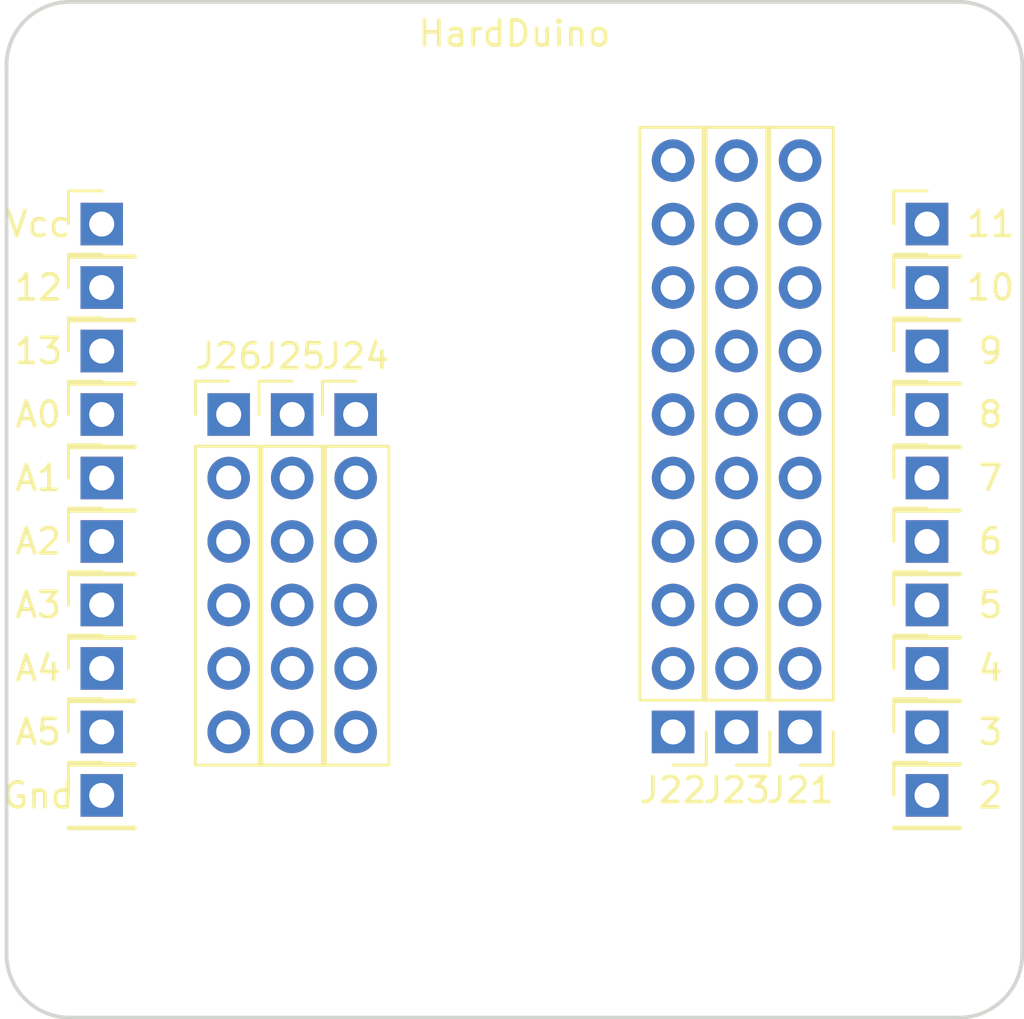
<source format=kicad_pcb>
(kicad_pcb (version 20171130) (host pcbnew "(5.1.4)-1")

  (general
    (thickness 1.6)
    (drawings 29)
    (tracks 0)
    (zones 0)
    (modules 30)
    (nets 21)
  )

  (page A4)
  (layers
    (0 F.Cu signal)
    (31 B.Cu signal)
    (32 B.Adhes user)
    (33 F.Adhes user)
    (34 B.Paste user)
    (35 F.Paste user)
    (36 B.SilkS user)
    (37 F.SilkS user)
    (38 B.Mask user)
    (39 F.Mask user)
    (40 Dwgs.User user)
    (41 Cmts.User user)
    (42 Eco1.User user)
    (43 Eco2.User user)
    (44 Edge.Cuts user)
    (45 Margin user)
    (46 B.CrtYd user)
    (47 F.CrtYd user)
    (48 B.Fab user)
    (49 F.Fab user)
  )

  (setup
    (last_trace_width 0.25)
    (trace_clearance 0.2)
    (zone_clearance 0.508)
    (zone_45_only no)
    (trace_min 0.2)
    (via_size 0.8)
    (via_drill 0.4)
    (via_min_size 0.4)
    (via_min_drill 0.3)
    (uvia_size 0.3)
    (uvia_drill 0.1)
    (uvias_allowed no)
    (uvia_min_size 0.2)
    (uvia_min_drill 0.1)
    (edge_width 0.05)
    (segment_width 0.2)
    (pcb_text_width 0.3)
    (pcb_text_size 1.5 1.5)
    (mod_edge_width 0.12)
    (mod_text_size 1 1)
    (mod_text_width 0.15)
    (pad_size 1.524 1.524)
    (pad_drill 0.762)
    (pad_to_mask_clearance 0.051)
    (solder_mask_min_width 0.25)
    (aux_axis_origin 0 0)
    (visible_elements 7FFFFFFF)
    (pcbplotparams
      (layerselection 0x010fc_ffffffff)
      (usegerberextensions false)
      (usegerberattributes false)
      (usegerberadvancedattributes false)
      (creategerberjobfile false)
      (excludeedgelayer true)
      (linewidth 0.100000)
      (plotframeref false)
      (viasonmask false)
      (mode 1)
      (useauxorigin false)
      (hpglpennumber 1)
      (hpglpenspeed 20)
      (hpglpendiameter 15.000000)
      (psnegative false)
      (psa4output false)
      (plotreference true)
      (plotvalue true)
      (plotinvisibletext false)
      (padsonsilk false)
      (subtractmaskfromsilk false)
      (outputformat 1)
      (mirror false)
      (drillshape 1)
      (scaleselection 1)
      (outputdirectory ""))
  )

  (net 0 "")
  (net 1 "Net-(J1-Pad1)")
  (net 2 "Net-(J2-Pad1)")
  (net 3 "Net-(J10-Pad1)")
  (net 4 "Net-(J11-Pad1)")
  (net 5 "Net-(J12-Pad1)")
  (net 6 "Net-(J13-Pad1)")
  (net 7 "Net-(J14-Pad1)")
  (net 8 "Net-(J15-Pad1)")
  (net 9 "Net-(J16-Pad1)")
  (net 10 "Net-(J17-Pad1)")
  (net 11 "Net-(J18-Pad1)")
  (net 12 VCC)
  (net 13 GND)
  (net 14 "Net-(J21-Pad1)")
  (net 15 "Net-(J21-Pad2)")
  (net 16 "Net-(J21-Pad3)")
  (net 17 "Net-(J21-Pad4)")
  (net 18 "Net-(J21-Pad5)")
  (net 19 "Net-(J21-Pad6)")
  (net 20 "Net-(J21-Pad7)")

  (net_class Default "Это класс цепей по умолчанию."
    (clearance 0.2)
    (trace_width 0.25)
    (via_dia 0.8)
    (via_drill 0.4)
    (uvia_dia 0.3)
    (uvia_drill 0.1)
    (add_net GND)
    (add_net "Net-(J1-Pad1)")
    (add_net "Net-(J10-Pad1)")
    (add_net "Net-(J11-Pad1)")
    (add_net "Net-(J12-Pad1)")
    (add_net "Net-(J13-Pad1)")
    (add_net "Net-(J14-Pad1)")
    (add_net "Net-(J15-Pad1)")
    (add_net "Net-(J16-Pad1)")
    (add_net "Net-(J17-Pad1)")
    (add_net "Net-(J18-Pad1)")
    (add_net "Net-(J2-Pad1)")
    (add_net "Net-(J21-Pad1)")
    (add_net "Net-(J21-Pad2)")
    (add_net "Net-(J21-Pad3)")
    (add_net "Net-(J21-Pad4)")
    (add_net "Net-(J21-Pad5)")
    (add_net "Net-(J21-Pad6)")
    (add_net "Net-(J21-Pad7)")
    (add_net VCC)
  )

  (module Connector_PinHeader_2.54mm:PinHeader_1x10_P2.54mm_Vertical (layer F.Cu) (tedit 59FED5CC) (tstamp 5E609A25)
    (at 118.11 80.01 180)
    (descr "Through hole straight pin header, 1x10, 2.54mm pitch, single row")
    (tags "Through hole pin header THT 1x10 2.54mm single row")
    (path /5E60C09C)
    (fp_text reference J23 (at 0 -2.33) (layer F.SilkS)
      (effects (font (size 1 1) (thickness 0.15)))
    )
    (fp_text value Conn_01x10_Male (at 0 25.19) (layer F.Fab)
      (effects (font (size 1 1) (thickness 0.15)))
    )
    (fp_text user %R (at 0 11.43 90) (layer F.Fab)
      (effects (font (size 1 1) (thickness 0.15)))
    )
    (fp_line (start 1.8 -1.8) (end -1.8 -1.8) (layer F.CrtYd) (width 0.05))
    (fp_line (start 1.8 24.65) (end 1.8 -1.8) (layer F.CrtYd) (width 0.05))
    (fp_line (start -1.8 24.65) (end 1.8 24.65) (layer F.CrtYd) (width 0.05))
    (fp_line (start -1.8 -1.8) (end -1.8 24.65) (layer F.CrtYd) (width 0.05))
    (fp_line (start -1.33 -1.33) (end 0 -1.33) (layer F.SilkS) (width 0.12))
    (fp_line (start -1.33 0) (end -1.33 -1.33) (layer F.SilkS) (width 0.12))
    (fp_line (start -1.33 1.27) (end 1.33 1.27) (layer F.SilkS) (width 0.12))
    (fp_line (start 1.33 1.27) (end 1.33 24.19) (layer F.SilkS) (width 0.12))
    (fp_line (start -1.33 1.27) (end -1.33 24.19) (layer F.SilkS) (width 0.12))
    (fp_line (start -1.33 24.19) (end 1.33 24.19) (layer F.SilkS) (width 0.12))
    (fp_line (start -1.27 -0.635) (end -0.635 -1.27) (layer F.Fab) (width 0.1))
    (fp_line (start -1.27 24.13) (end -1.27 -0.635) (layer F.Fab) (width 0.1))
    (fp_line (start 1.27 24.13) (end -1.27 24.13) (layer F.Fab) (width 0.1))
    (fp_line (start 1.27 -1.27) (end 1.27 24.13) (layer F.Fab) (width 0.1))
    (fp_line (start -0.635 -1.27) (end 1.27 -1.27) (layer F.Fab) (width 0.1))
    (pad 10 thru_hole oval (at 0 22.86 180) (size 1.7 1.7) (drill 1) (layers *.Cu *.Mask)
      (net 12 VCC))
    (pad 9 thru_hole oval (at 0 20.32 180) (size 1.7 1.7) (drill 1) (layers *.Cu *.Mask)
      (net 12 VCC))
    (pad 8 thru_hole oval (at 0 17.78 180) (size 1.7 1.7) (drill 1) (layers *.Cu *.Mask)
      (net 12 VCC))
    (pad 7 thru_hole oval (at 0 15.24 180) (size 1.7 1.7) (drill 1) (layers *.Cu *.Mask)
      (net 12 VCC))
    (pad 6 thru_hole oval (at 0 12.7 180) (size 1.7 1.7) (drill 1) (layers *.Cu *.Mask)
      (net 12 VCC))
    (pad 5 thru_hole oval (at 0 10.16 180) (size 1.7 1.7) (drill 1) (layers *.Cu *.Mask)
      (net 12 VCC))
    (pad 4 thru_hole oval (at 0 7.62 180) (size 1.7 1.7) (drill 1) (layers *.Cu *.Mask)
      (net 12 VCC))
    (pad 3 thru_hole oval (at 0 5.08 180) (size 1.7 1.7) (drill 1) (layers *.Cu *.Mask)
      (net 12 VCC))
    (pad 2 thru_hole oval (at 0 2.54 180) (size 1.7 1.7) (drill 1) (layers *.Cu *.Mask)
      (net 12 VCC))
    (pad 1 thru_hole rect (at 0 0 180) (size 1.7 1.7) (drill 1) (layers *.Cu *.Mask)
      (net 12 VCC))
    (model ${KISYS3DMOD}/Connector_PinHeader_2.54mm.3dshapes/PinHeader_1x10_P2.54mm_Vertical.wrl
      (at (xyz 0 0 0))
      (scale (xyz 1 1 1))
      (rotate (xyz 0 0 0))
    )
  )

  (module Connector_PinHeader_2.54mm:PinHeader_1x10_P2.54mm_Vertical (layer F.Cu) (tedit 59FED5CC) (tstamp 5E609A07)
    (at 115.57 80.01 180)
    (descr "Through hole straight pin header, 1x10, 2.54mm pitch, single row")
    (tags "Through hole pin header THT 1x10 2.54mm single row")
    (path /5E60955D)
    (fp_text reference J22 (at 0 -2.33) (layer F.SilkS)
      (effects (font (size 1 1) (thickness 0.15)))
    )
    (fp_text value Conn_01x10_Male (at 0 25.19) (layer F.Fab)
      (effects (font (size 1 1) (thickness 0.15)))
    )
    (fp_text user %R (at 0 11.43 90) (layer F.Fab)
      (effects (font (size 1 1) (thickness 0.15)))
    )
    (fp_line (start 1.8 -1.8) (end -1.8 -1.8) (layer F.CrtYd) (width 0.05))
    (fp_line (start 1.8 24.65) (end 1.8 -1.8) (layer F.CrtYd) (width 0.05))
    (fp_line (start -1.8 24.65) (end 1.8 24.65) (layer F.CrtYd) (width 0.05))
    (fp_line (start -1.8 -1.8) (end -1.8 24.65) (layer F.CrtYd) (width 0.05))
    (fp_line (start -1.33 -1.33) (end 0 -1.33) (layer F.SilkS) (width 0.12))
    (fp_line (start -1.33 0) (end -1.33 -1.33) (layer F.SilkS) (width 0.12))
    (fp_line (start -1.33 1.27) (end 1.33 1.27) (layer F.SilkS) (width 0.12))
    (fp_line (start 1.33 1.27) (end 1.33 24.19) (layer F.SilkS) (width 0.12))
    (fp_line (start -1.33 1.27) (end -1.33 24.19) (layer F.SilkS) (width 0.12))
    (fp_line (start -1.33 24.19) (end 1.33 24.19) (layer F.SilkS) (width 0.12))
    (fp_line (start -1.27 -0.635) (end -0.635 -1.27) (layer F.Fab) (width 0.1))
    (fp_line (start -1.27 24.13) (end -1.27 -0.635) (layer F.Fab) (width 0.1))
    (fp_line (start 1.27 24.13) (end -1.27 24.13) (layer F.Fab) (width 0.1))
    (fp_line (start 1.27 -1.27) (end 1.27 24.13) (layer F.Fab) (width 0.1))
    (fp_line (start -0.635 -1.27) (end 1.27 -1.27) (layer F.Fab) (width 0.1))
    (pad 10 thru_hole oval (at 0 22.86 180) (size 1.7 1.7) (drill 1) (layers *.Cu *.Mask)
      (net 13 GND))
    (pad 9 thru_hole oval (at 0 20.32 180) (size 1.7 1.7) (drill 1) (layers *.Cu *.Mask)
      (net 13 GND))
    (pad 8 thru_hole oval (at 0 17.78 180) (size 1.7 1.7) (drill 1) (layers *.Cu *.Mask)
      (net 13 GND))
    (pad 7 thru_hole oval (at 0 15.24 180) (size 1.7 1.7) (drill 1) (layers *.Cu *.Mask)
      (net 13 GND))
    (pad 6 thru_hole oval (at 0 12.7 180) (size 1.7 1.7) (drill 1) (layers *.Cu *.Mask)
      (net 13 GND))
    (pad 5 thru_hole oval (at 0 10.16 180) (size 1.7 1.7) (drill 1) (layers *.Cu *.Mask)
      (net 13 GND))
    (pad 4 thru_hole oval (at 0 7.62 180) (size 1.7 1.7) (drill 1) (layers *.Cu *.Mask)
      (net 13 GND))
    (pad 3 thru_hole oval (at 0 5.08 180) (size 1.7 1.7) (drill 1) (layers *.Cu *.Mask)
      (net 13 GND))
    (pad 2 thru_hole oval (at 0 2.54 180) (size 1.7 1.7) (drill 1) (layers *.Cu *.Mask)
      (net 13 GND))
    (pad 1 thru_hole rect (at 0 0 180) (size 1.7 1.7) (drill 1) (layers *.Cu *.Mask)
      (net 13 GND))
    (model ${KISYS3DMOD}/Connector_PinHeader_2.54mm.3dshapes/PinHeader_1x10_P2.54mm_Vertical.wrl
      (at (xyz 0 0 0))
      (scale (xyz 1 1 1))
      (rotate (xyz 0 0 0))
    )
  )

  (module MountingHole:MountingHole_3.2mm_M3 (layer F.Cu) (tedit 56D1B4CB) (tstamp 5D79781E)
    (at 92.71 54.61)
    (descr "Mounting Hole 3.2mm, no annular, M3")
    (tags "mounting hole 3.2mm no annular m3")
    (path /5D791BF4)
    (attr virtual)
    (fp_text reference H1 (at -3.81 -4.2) (layer F.SilkS) hide
      (effects (font (size 1 1) (thickness 0.15)))
    )
    (fp_text value MountingHole (at 2.54 -5.08) (layer F.Fab) hide
      (effects (font (size 1 1) (thickness 0.15)))
    )
    (fp_circle (center 0 0) (end 3.45 0) (layer F.CrtYd) (width 0.05))
    (fp_circle (center 0 0) (end 3.2 0) (layer Cmts.User) (width 0.15))
    (fp_text user %R (at 0.3 0) (layer F.Fab)
      (effects (font (size 1 1) (thickness 0.15)))
    )
    (pad 1 np_thru_hole circle (at 0 0) (size 3.2 3.2) (drill 3.2) (layers *.Cu *.Mask))
  )

  (module MountingHole:MountingHole_3.2mm_M3 (layer F.Cu) (tedit 56D1B4CB) (tstamp 5D797826)
    (at 92.71 87.63)
    (descr "Mounting Hole 3.2mm, no annular, M3")
    (tags "mounting hole 3.2mm no annular m3")
    (path /5D793188)
    (attr virtual)
    (fp_text reference H2 (at -3.81 3.81) (layer F.SilkS) hide
      (effects (font (size 1 1) (thickness 0.15)))
    )
    (fp_text value MountingHole (at 3.81 5.08) (layer F.Fab) hide
      (effects (font (size 1 1) (thickness 0.15)))
    )
    (fp_text user %R (at 0.3 0) (layer F.Fab)
      (effects (font (size 1 1) (thickness 0.15)))
    )
    (fp_circle (center 0 0) (end 3.2 0) (layer Cmts.User) (width 0.15))
    (fp_circle (center 0 0) (end 3.45 0) (layer F.CrtYd) (width 0.05))
    (pad 1 np_thru_hole circle (at 0 0) (size 3.2 3.2) (drill 3.2) (layers *.Cu *.Mask))
  )

  (module MountingHole:MountingHole_3.2mm_M3 (layer F.Cu) (tedit 56D1B4CB) (tstamp 5D79782E)
    (at 125.73 54.61)
    (descr "Mounting Hole 3.2mm, no annular, M3")
    (tags "mounting hole 3.2mm no annular m3")
    (path /5D793224)
    (attr virtual)
    (fp_text reference H3 (at 3.81 -3.81) (layer F.SilkS) hide
      (effects (font (size 1 1) (thickness 0.15)))
    )
    (fp_text value MountingHole (at -2.54 -5.08) (layer F.Fab) hide
      (effects (font (size 1 1) (thickness 0.15)))
    )
    (fp_circle (center 0 0) (end 3.45 0) (layer F.CrtYd) (width 0.05))
    (fp_circle (center 0 0) (end 3.2 0) (layer Cmts.User) (width 0.15))
    (fp_text user %R (at 0.3 0) (layer F.Fab)
      (effects (font (size 1 1) (thickness 0.15)))
    )
    (pad 1 np_thru_hole circle (at 0 0) (size 3.2 3.2) (drill 3.2) (layers *.Cu *.Mask))
  )

  (module MountingHole:MountingHole_3.2mm_M3 (layer F.Cu) (tedit 56D1B4CB) (tstamp 5D797836)
    (at 125.73 87.63)
    (descr "Mounting Hole 3.2mm, no annular, M3")
    (tags "mounting hole 3.2mm no annular m3")
    (path /5D7932CC)
    (attr virtual)
    (fp_text reference H4 (at 3.81 3.81) (layer F.SilkS) hide
      (effects (font (size 1 1) (thickness 0.15)))
    )
    (fp_text value MountingHole (at -5.08 5.08) (layer F.Fab) hide
      (effects (font (size 1 1) (thickness 0.15)))
    )
    (fp_text user %R (at 0 0) (layer F.Fab)
      (effects (font (size 1 1) (thickness 0.15)))
    )
    (fp_circle (center 0 0) (end 3.2 0) (layer Cmts.User) (width 0.15))
    (fp_circle (center 0 0) (end 3.45 0) (layer F.CrtYd) (width 0.05))
    (pad 1 np_thru_hole circle (at 0 0) (size 3.2 3.2) (drill 3.2) (layers *.Cu *.Mask))
  )

  (module Connector_PinHeader_2.54mm:PinHeader_1x01_P2.54mm_Vertical (layer F.Cu) (tedit 59FED5CC) (tstamp 5D79784B)
    (at 125.73 82.55)
    (descr "Through hole straight pin header, 1x01, 2.54mm pitch, single row")
    (tags "Through hole pin header THT 1x01 2.54mm single row")
    (path /5D793457)
    (fp_text reference J1 (at -2.54 0) (layer F.SilkS) hide
      (effects (font (size 1 1) (thickness 0.15)))
    )
    (fp_text value 2 (at 2.54 0) (layer F.Fab)
      (effects (font (size 1 1) (thickness 0.15)))
    )
    (fp_text user %R (at 0 0 90) (layer F.Fab)
      (effects (font (size 1 1) (thickness 0.15)))
    )
    (fp_line (start 1.8 -1.8) (end -1.8 -1.8) (layer F.CrtYd) (width 0.05))
    (fp_line (start 1.8 1.8) (end 1.8 -1.8) (layer F.CrtYd) (width 0.05))
    (fp_line (start -1.8 1.8) (end 1.8 1.8) (layer F.CrtYd) (width 0.05))
    (fp_line (start -1.8 -1.8) (end -1.8 1.8) (layer F.CrtYd) (width 0.05))
    (fp_line (start -1.33 -1.33) (end 0 -1.33) (layer F.SilkS) (width 0.12))
    (fp_line (start -1.33 0) (end -1.33 -1.33) (layer F.SilkS) (width 0.12))
    (fp_line (start -1.33 1.27) (end 1.33 1.27) (layer F.SilkS) (width 0.12))
    (fp_line (start 1.33 1.27) (end 1.33 1.33) (layer F.SilkS) (width 0.12))
    (fp_line (start -1.33 1.27) (end -1.33 1.33) (layer F.SilkS) (width 0.12))
    (fp_line (start -1.33 1.33) (end 1.33 1.33) (layer F.SilkS) (width 0.12))
    (fp_line (start -1.27 -0.635) (end -0.635 -1.27) (layer F.Fab) (width 0.1))
    (fp_line (start -1.27 1.27) (end -1.27 -0.635) (layer F.Fab) (width 0.1))
    (fp_line (start 1.27 1.27) (end -1.27 1.27) (layer F.Fab) (width 0.1))
    (fp_line (start 1.27 -1.27) (end 1.27 1.27) (layer F.Fab) (width 0.1))
    (fp_line (start -0.635 -1.27) (end 1.27 -1.27) (layer F.Fab) (width 0.1))
    (pad 1 thru_hole rect (at 0 0) (size 1.7 1.7) (drill 1) (layers *.Cu *.Mask)
      (net 1 "Net-(J1-Pad1)"))
    (model ${KISYS3DMOD}/Connector_PinHeader_2.54mm.3dshapes/PinHeader_1x01_P2.54mm_Vertical.wrl
      (at (xyz 0 0 0))
      (scale (xyz 1 1 1))
      (rotate (xyz 0 0 0))
    )
  )

  (module Connector_PinHeader_2.54mm:PinHeader_1x01_P2.54mm_Vertical (layer F.Cu) (tedit 59FED5CC) (tstamp 5D797860)
    (at 125.73 80.01)
    (descr "Through hole straight pin header, 1x01, 2.54mm pitch, single row")
    (tags "Through hole pin header THT 1x01 2.54mm single row")
    (path /5D794940)
    (fp_text reference J2 (at -2.54 0) (layer F.SilkS) hide
      (effects (font (size 1 1) (thickness 0.15)))
    )
    (fp_text value 3 (at 2.54 0) (layer F.Fab)
      (effects (font (size 1 1) (thickness 0.15)))
    )
    (fp_line (start -0.635 -1.27) (end 1.27 -1.27) (layer F.Fab) (width 0.1))
    (fp_line (start 1.27 -1.27) (end 1.27 1.27) (layer F.Fab) (width 0.1))
    (fp_line (start 1.27 1.27) (end -1.27 1.27) (layer F.Fab) (width 0.1))
    (fp_line (start -1.27 1.27) (end -1.27 -0.635) (layer F.Fab) (width 0.1))
    (fp_line (start -1.27 -0.635) (end -0.635 -1.27) (layer F.Fab) (width 0.1))
    (fp_line (start -1.33 1.33) (end 1.33 1.33) (layer F.SilkS) (width 0.12))
    (fp_line (start -1.33 1.27) (end -1.33 1.33) (layer F.SilkS) (width 0.12))
    (fp_line (start 1.33 1.27) (end 1.33 1.33) (layer F.SilkS) (width 0.12))
    (fp_line (start -1.33 1.27) (end 1.33 1.27) (layer F.SilkS) (width 0.12))
    (fp_line (start -1.33 0) (end -1.33 -1.33) (layer F.SilkS) (width 0.12))
    (fp_line (start -1.33 -1.33) (end 0 -1.33) (layer F.SilkS) (width 0.12))
    (fp_line (start -1.8 -1.8) (end -1.8 1.8) (layer F.CrtYd) (width 0.05))
    (fp_line (start -1.8 1.8) (end 1.8 1.8) (layer F.CrtYd) (width 0.05))
    (fp_line (start 1.8 1.8) (end 1.8 -1.8) (layer F.CrtYd) (width 0.05))
    (fp_line (start 1.8 -1.8) (end -1.8 -1.8) (layer F.CrtYd) (width 0.05))
    (fp_text user %R (at 0 0 90) (layer F.Fab)
      (effects (font (size 1 1) (thickness 0.15)))
    )
    (pad 1 thru_hole rect (at 0 0) (size 1.7 1.7) (drill 1) (layers *.Cu *.Mask)
      (net 2 "Net-(J2-Pad1)"))
    (model ${KISYS3DMOD}/Connector_PinHeader_2.54mm.3dshapes/PinHeader_1x01_P2.54mm_Vertical.wrl
      (at (xyz 0 0 0))
      (scale (xyz 1 1 1))
      (rotate (xyz 0 0 0))
    )
  )

  (module Connector_PinHeader_2.54mm:PinHeader_1x01_P2.54mm_Vertical (layer F.Cu) (tedit 59FED5CC) (tstamp 5D797875)
    (at 125.73 77.47)
    (descr "Through hole straight pin header, 1x01, 2.54mm pitch, single row")
    (tags "Through hole pin header THT 1x01 2.54mm single row")
    (path /5D794B32)
    (fp_text reference J3 (at -2.54 0) (layer F.SilkS) hide
      (effects (font (size 1 1) (thickness 0.15)))
    )
    (fp_text value 4 (at 2.54 0) (layer F.Fab)
      (effects (font (size 1 1) (thickness 0.15)))
    )
    (fp_text user %R (at 0 0 90) (layer F.Fab)
      (effects (font (size 1 1) (thickness 0.15)))
    )
    (fp_line (start 1.8 -1.8) (end -1.8 -1.8) (layer F.CrtYd) (width 0.05))
    (fp_line (start 1.8 1.8) (end 1.8 -1.8) (layer F.CrtYd) (width 0.05))
    (fp_line (start -1.8 1.8) (end 1.8 1.8) (layer F.CrtYd) (width 0.05))
    (fp_line (start -1.8 -1.8) (end -1.8 1.8) (layer F.CrtYd) (width 0.05))
    (fp_line (start -1.33 -1.33) (end 0 -1.33) (layer F.SilkS) (width 0.12))
    (fp_line (start -1.33 0) (end -1.33 -1.33) (layer F.SilkS) (width 0.12))
    (fp_line (start -1.33 1.27) (end 1.33 1.27) (layer F.SilkS) (width 0.12))
    (fp_line (start 1.33 1.27) (end 1.33 1.33) (layer F.SilkS) (width 0.12))
    (fp_line (start -1.33 1.27) (end -1.33 1.33) (layer F.SilkS) (width 0.12))
    (fp_line (start -1.33 1.33) (end 1.33 1.33) (layer F.SilkS) (width 0.12))
    (fp_line (start -1.27 -0.635) (end -0.635 -1.27) (layer F.Fab) (width 0.1))
    (fp_line (start -1.27 1.27) (end -1.27 -0.635) (layer F.Fab) (width 0.1))
    (fp_line (start 1.27 1.27) (end -1.27 1.27) (layer F.Fab) (width 0.1))
    (fp_line (start 1.27 -1.27) (end 1.27 1.27) (layer F.Fab) (width 0.1))
    (fp_line (start -0.635 -1.27) (end 1.27 -1.27) (layer F.Fab) (width 0.1))
    (pad 1 thru_hole rect (at 0 0) (size 1.7 1.7) (drill 1) (layers *.Cu *.Mask)
      (net 14 "Net-(J21-Pad1)"))
    (model ${KISYS3DMOD}/Connector_PinHeader_2.54mm.3dshapes/PinHeader_1x01_P2.54mm_Vertical.wrl
      (at (xyz 0 0 0))
      (scale (xyz 1 1 1))
      (rotate (xyz 0 0 0))
    )
  )

  (module Connector_PinHeader_2.54mm:PinHeader_1x01_P2.54mm_Vertical (layer F.Cu) (tedit 59FED5CC) (tstamp 5D79788A)
    (at 125.73 74.93)
    (descr "Through hole straight pin header, 1x01, 2.54mm pitch, single row")
    (tags "Through hole pin header THT 1x01 2.54mm single row")
    (path /5D794C66)
    (fp_text reference J4 (at -2.54 0) (layer F.SilkS) hide
      (effects (font (size 1 1) (thickness 0.15)))
    )
    (fp_text value 5 (at 2.54 0) (layer F.Fab)
      (effects (font (size 1 1) (thickness 0.15)))
    )
    (fp_line (start -0.635 -1.27) (end 1.27 -1.27) (layer F.Fab) (width 0.1))
    (fp_line (start 1.27 -1.27) (end 1.27 1.27) (layer F.Fab) (width 0.1))
    (fp_line (start 1.27 1.27) (end -1.27 1.27) (layer F.Fab) (width 0.1))
    (fp_line (start -1.27 1.27) (end -1.27 -0.635) (layer F.Fab) (width 0.1))
    (fp_line (start -1.27 -0.635) (end -0.635 -1.27) (layer F.Fab) (width 0.1))
    (fp_line (start -1.33 1.33) (end 1.33 1.33) (layer F.SilkS) (width 0.12))
    (fp_line (start -1.33 1.27) (end -1.33 1.33) (layer F.SilkS) (width 0.12))
    (fp_line (start 1.33 1.27) (end 1.33 1.33) (layer F.SilkS) (width 0.12))
    (fp_line (start -1.33 1.27) (end 1.33 1.27) (layer F.SilkS) (width 0.12))
    (fp_line (start -1.33 0) (end -1.33 -1.33) (layer F.SilkS) (width 0.12))
    (fp_line (start -1.33 -1.33) (end 0 -1.33) (layer F.SilkS) (width 0.12))
    (fp_line (start -1.8 -1.8) (end -1.8 1.8) (layer F.CrtYd) (width 0.05))
    (fp_line (start -1.8 1.8) (end 1.8 1.8) (layer F.CrtYd) (width 0.05))
    (fp_line (start 1.8 1.8) (end 1.8 -1.8) (layer F.CrtYd) (width 0.05))
    (fp_line (start 1.8 -1.8) (end -1.8 -1.8) (layer F.CrtYd) (width 0.05))
    (fp_text user %R (at 0 0 90) (layer F.Fab)
      (effects (font (size 1 1) (thickness 0.15)))
    )
    (pad 1 thru_hole rect (at 0 0) (size 1.7 1.7) (drill 1) (layers *.Cu *.Mask)
      (net 15 "Net-(J21-Pad2)"))
    (model ${KISYS3DMOD}/Connector_PinHeader_2.54mm.3dshapes/PinHeader_1x01_P2.54mm_Vertical.wrl
      (at (xyz 0 0 0))
      (scale (xyz 1 1 1))
      (rotate (xyz 0 0 0))
    )
  )

  (module Connector_PinHeader_2.54mm:PinHeader_1x01_P2.54mm_Vertical (layer F.Cu) (tedit 59FED5CC) (tstamp 5D79789F)
    (at 125.73 72.39)
    (descr "Through hole straight pin header, 1x01, 2.54mm pitch, single row")
    (tags "Through hole pin header THT 1x01 2.54mm single row")
    (path /5D794EF4)
    (fp_text reference J5 (at -2.54 0) (layer F.SilkS) hide
      (effects (font (size 1 1) (thickness 0.15)))
    )
    (fp_text value 6 (at 2.54 0) (layer F.Fab)
      (effects (font (size 1 1) (thickness 0.15)))
    )
    (fp_text user %R (at 0 0 90) (layer F.Fab)
      (effects (font (size 1 1) (thickness 0.15)))
    )
    (fp_line (start 1.8 -1.8) (end -1.8 -1.8) (layer F.CrtYd) (width 0.05))
    (fp_line (start 1.8 1.8) (end 1.8 -1.8) (layer F.CrtYd) (width 0.05))
    (fp_line (start -1.8 1.8) (end 1.8 1.8) (layer F.CrtYd) (width 0.05))
    (fp_line (start -1.8 -1.8) (end -1.8 1.8) (layer F.CrtYd) (width 0.05))
    (fp_line (start -1.33 -1.33) (end 0 -1.33) (layer F.SilkS) (width 0.12))
    (fp_line (start -1.33 0) (end -1.33 -1.33) (layer F.SilkS) (width 0.12))
    (fp_line (start -1.33 1.27) (end 1.33 1.27) (layer F.SilkS) (width 0.12))
    (fp_line (start 1.33 1.27) (end 1.33 1.33) (layer F.SilkS) (width 0.12))
    (fp_line (start -1.33 1.27) (end -1.33 1.33) (layer F.SilkS) (width 0.12))
    (fp_line (start -1.33 1.33) (end 1.33 1.33) (layer F.SilkS) (width 0.12))
    (fp_line (start -1.27 -0.635) (end -0.635 -1.27) (layer F.Fab) (width 0.1))
    (fp_line (start -1.27 1.27) (end -1.27 -0.635) (layer F.Fab) (width 0.1))
    (fp_line (start 1.27 1.27) (end -1.27 1.27) (layer F.Fab) (width 0.1))
    (fp_line (start 1.27 -1.27) (end 1.27 1.27) (layer F.Fab) (width 0.1))
    (fp_line (start -0.635 -1.27) (end 1.27 -1.27) (layer F.Fab) (width 0.1))
    (pad 1 thru_hole rect (at 0 0) (size 1.7 1.7) (drill 1) (layers *.Cu *.Mask)
      (net 16 "Net-(J21-Pad3)"))
    (model ${KISYS3DMOD}/Connector_PinHeader_2.54mm.3dshapes/PinHeader_1x01_P2.54mm_Vertical.wrl
      (at (xyz 0 0 0))
      (scale (xyz 1 1 1))
      (rotate (xyz 0 0 0))
    )
  )

  (module Connector_PinHeader_2.54mm:PinHeader_1x01_P2.54mm_Vertical (layer F.Cu) (tedit 59FED5CC) (tstamp 5D7978B4)
    (at 125.73 69.85)
    (descr "Through hole straight pin header, 1x01, 2.54mm pitch, single row")
    (tags "Through hole pin header THT 1x01 2.54mm single row")
    (path /5D795168)
    (fp_text reference J6 (at -2.54 0) (layer F.SilkS) hide
      (effects (font (size 1 1) (thickness 0.15)))
    )
    (fp_text value 7 (at 2.54 0) (layer F.Fab)
      (effects (font (size 1 1) (thickness 0.15)))
    )
    (fp_line (start -0.635 -1.27) (end 1.27 -1.27) (layer F.Fab) (width 0.1))
    (fp_line (start 1.27 -1.27) (end 1.27 1.27) (layer F.Fab) (width 0.1))
    (fp_line (start 1.27 1.27) (end -1.27 1.27) (layer F.Fab) (width 0.1))
    (fp_line (start -1.27 1.27) (end -1.27 -0.635) (layer F.Fab) (width 0.1))
    (fp_line (start -1.27 -0.635) (end -0.635 -1.27) (layer F.Fab) (width 0.1))
    (fp_line (start -1.33 1.33) (end 1.33 1.33) (layer F.SilkS) (width 0.12))
    (fp_line (start -1.33 1.27) (end -1.33 1.33) (layer F.SilkS) (width 0.12))
    (fp_line (start 1.33 1.27) (end 1.33 1.33) (layer F.SilkS) (width 0.12))
    (fp_line (start -1.33 1.27) (end 1.33 1.27) (layer F.SilkS) (width 0.12))
    (fp_line (start -1.33 0) (end -1.33 -1.33) (layer F.SilkS) (width 0.12))
    (fp_line (start -1.33 -1.33) (end 0 -1.33) (layer F.SilkS) (width 0.12))
    (fp_line (start -1.8 -1.8) (end -1.8 1.8) (layer F.CrtYd) (width 0.05))
    (fp_line (start -1.8 1.8) (end 1.8 1.8) (layer F.CrtYd) (width 0.05))
    (fp_line (start 1.8 1.8) (end 1.8 -1.8) (layer F.CrtYd) (width 0.05))
    (fp_line (start 1.8 -1.8) (end -1.8 -1.8) (layer F.CrtYd) (width 0.05))
    (fp_text user %R (at 0 0 90) (layer F.Fab)
      (effects (font (size 1 1) (thickness 0.15)))
    )
    (pad 1 thru_hole rect (at 0 0) (size 1.7 1.7) (drill 1) (layers *.Cu *.Mask)
      (net 17 "Net-(J21-Pad4)"))
    (model ${KISYS3DMOD}/Connector_PinHeader_2.54mm.3dshapes/PinHeader_1x01_P2.54mm_Vertical.wrl
      (at (xyz 0 0 0))
      (scale (xyz 1 1 1))
      (rotate (xyz 0 0 0))
    )
  )

  (module Connector_PinHeader_2.54mm:PinHeader_1x01_P2.54mm_Vertical (layer F.Cu) (tedit 59FED5CC) (tstamp 5D7978C9)
    (at 125.73 67.31)
    (descr "Through hole straight pin header, 1x01, 2.54mm pitch, single row")
    (tags "Through hole pin header THT 1x01 2.54mm single row")
    (path /5D795340)
    (fp_text reference J7 (at -2.54 0) (layer F.SilkS) hide
      (effects (font (size 1 1) (thickness 0.15)))
    )
    (fp_text value 8 (at 2.54 0) (layer F.Fab)
      (effects (font (size 1 1) (thickness 0.15)))
    )
    (fp_text user %R (at 0 0 90) (layer F.Fab)
      (effects (font (size 1 1) (thickness 0.15)))
    )
    (fp_line (start 1.8 -1.8) (end -1.8 -1.8) (layer F.CrtYd) (width 0.05))
    (fp_line (start 1.8 1.8) (end 1.8 -1.8) (layer F.CrtYd) (width 0.05))
    (fp_line (start -1.8 1.8) (end 1.8 1.8) (layer F.CrtYd) (width 0.05))
    (fp_line (start -1.8 -1.8) (end -1.8 1.8) (layer F.CrtYd) (width 0.05))
    (fp_line (start -1.33 -1.33) (end 0 -1.33) (layer F.SilkS) (width 0.12))
    (fp_line (start -1.33 0) (end -1.33 -1.33) (layer F.SilkS) (width 0.12))
    (fp_line (start -1.33 1.27) (end 1.33 1.27) (layer F.SilkS) (width 0.12))
    (fp_line (start 1.33 1.27) (end 1.33 1.33) (layer F.SilkS) (width 0.12))
    (fp_line (start -1.33 1.27) (end -1.33 1.33) (layer F.SilkS) (width 0.12))
    (fp_line (start -1.33 1.33) (end 1.33 1.33) (layer F.SilkS) (width 0.12))
    (fp_line (start -1.27 -0.635) (end -0.635 -1.27) (layer F.Fab) (width 0.1))
    (fp_line (start -1.27 1.27) (end -1.27 -0.635) (layer F.Fab) (width 0.1))
    (fp_line (start 1.27 1.27) (end -1.27 1.27) (layer F.Fab) (width 0.1))
    (fp_line (start 1.27 -1.27) (end 1.27 1.27) (layer F.Fab) (width 0.1))
    (fp_line (start -0.635 -1.27) (end 1.27 -1.27) (layer F.Fab) (width 0.1))
    (pad 1 thru_hole rect (at 0 0) (size 1.7 1.7) (drill 1) (layers *.Cu *.Mask)
      (net 18 "Net-(J21-Pad5)"))
    (model ${KISYS3DMOD}/Connector_PinHeader_2.54mm.3dshapes/PinHeader_1x01_P2.54mm_Vertical.wrl
      (at (xyz 0 0 0))
      (scale (xyz 1 1 1))
      (rotate (xyz 0 0 0))
    )
  )

  (module Connector_PinHeader_2.54mm:PinHeader_1x01_P2.54mm_Vertical (layer F.Cu) (tedit 59FED5CC) (tstamp 5D7978DE)
    (at 125.73 64.77)
    (descr "Through hole straight pin header, 1x01, 2.54mm pitch, single row")
    (tags "Through hole pin header THT 1x01 2.54mm single row")
    (path /5D7955DE)
    (fp_text reference J8 (at -2.54 0) (layer F.SilkS) hide
      (effects (font (size 1 1) (thickness 0.15)))
    )
    (fp_text value 9 (at 2.54 0) (layer F.Fab)
      (effects (font (size 1 1) (thickness 0.15)))
    )
    (fp_line (start -0.635 -1.27) (end 1.27 -1.27) (layer F.Fab) (width 0.1))
    (fp_line (start 1.27 -1.27) (end 1.27 1.27) (layer F.Fab) (width 0.1))
    (fp_line (start 1.27 1.27) (end -1.27 1.27) (layer F.Fab) (width 0.1))
    (fp_line (start -1.27 1.27) (end -1.27 -0.635) (layer F.Fab) (width 0.1))
    (fp_line (start -1.27 -0.635) (end -0.635 -1.27) (layer F.Fab) (width 0.1))
    (fp_line (start -1.33 1.33) (end 1.33 1.33) (layer F.SilkS) (width 0.12))
    (fp_line (start -1.33 1.27) (end -1.33 1.33) (layer F.SilkS) (width 0.12))
    (fp_line (start 1.33 1.27) (end 1.33 1.33) (layer F.SilkS) (width 0.12))
    (fp_line (start -1.33 1.27) (end 1.33 1.27) (layer F.SilkS) (width 0.12))
    (fp_line (start -1.33 0) (end -1.33 -1.33) (layer F.SilkS) (width 0.12))
    (fp_line (start -1.33 -1.33) (end 0 -1.33) (layer F.SilkS) (width 0.12))
    (fp_line (start -1.8 -1.8) (end -1.8 1.8) (layer F.CrtYd) (width 0.05))
    (fp_line (start -1.8 1.8) (end 1.8 1.8) (layer F.CrtYd) (width 0.05))
    (fp_line (start 1.8 1.8) (end 1.8 -1.8) (layer F.CrtYd) (width 0.05))
    (fp_line (start 1.8 -1.8) (end -1.8 -1.8) (layer F.CrtYd) (width 0.05))
    (fp_text user %R (at 0 0 90) (layer F.Fab)
      (effects (font (size 1 1) (thickness 0.15)))
    )
    (pad 1 thru_hole rect (at 0 0) (size 1.7 1.7) (drill 1) (layers *.Cu *.Mask)
      (net 19 "Net-(J21-Pad6)"))
    (model ${KISYS3DMOD}/Connector_PinHeader_2.54mm.3dshapes/PinHeader_1x01_P2.54mm_Vertical.wrl
      (at (xyz 0 0 0))
      (scale (xyz 1 1 1))
      (rotate (xyz 0 0 0))
    )
  )

  (module Connector_PinHeader_2.54mm:PinHeader_1x01_P2.54mm_Vertical (layer F.Cu) (tedit 59FED5CC) (tstamp 5D7978F3)
    (at 125.73 62.23)
    (descr "Through hole straight pin header, 1x01, 2.54mm pitch, single row")
    (tags "Through hole pin header THT 1x01 2.54mm single row")
    (path /5D7957DA)
    (fp_text reference J9 (at -2.54 0) (layer F.SilkS) hide
      (effects (font (size 1 1) (thickness 0.15)))
    )
    (fp_text value 10 (at 2.54 0) (layer F.Fab)
      (effects (font (size 1 1) (thickness 0.15)))
    )
    (fp_text user %R (at 0 0 90) (layer F.Fab)
      (effects (font (size 1 1) (thickness 0.15)))
    )
    (fp_line (start 1.8 -1.8) (end -1.8 -1.8) (layer F.CrtYd) (width 0.05))
    (fp_line (start 1.8 1.8) (end 1.8 -1.8) (layer F.CrtYd) (width 0.05))
    (fp_line (start -1.8 1.8) (end 1.8 1.8) (layer F.CrtYd) (width 0.05))
    (fp_line (start -1.8 -1.8) (end -1.8 1.8) (layer F.CrtYd) (width 0.05))
    (fp_line (start -1.33 -1.33) (end 0 -1.33) (layer F.SilkS) (width 0.12))
    (fp_line (start -1.33 0) (end -1.33 -1.33) (layer F.SilkS) (width 0.12))
    (fp_line (start -1.33 1.27) (end 1.33 1.27) (layer F.SilkS) (width 0.12))
    (fp_line (start 1.33 1.27) (end 1.33 1.33) (layer F.SilkS) (width 0.12))
    (fp_line (start -1.33 1.27) (end -1.33 1.33) (layer F.SilkS) (width 0.12))
    (fp_line (start -1.33 1.33) (end 1.33 1.33) (layer F.SilkS) (width 0.12))
    (fp_line (start -1.27 -0.635) (end -0.635 -1.27) (layer F.Fab) (width 0.1))
    (fp_line (start -1.27 1.27) (end -1.27 -0.635) (layer F.Fab) (width 0.1))
    (fp_line (start 1.27 1.27) (end -1.27 1.27) (layer F.Fab) (width 0.1))
    (fp_line (start 1.27 -1.27) (end 1.27 1.27) (layer F.Fab) (width 0.1))
    (fp_line (start -0.635 -1.27) (end 1.27 -1.27) (layer F.Fab) (width 0.1))
    (pad 1 thru_hole rect (at 0 0) (size 1.7 1.7) (drill 1) (layers *.Cu *.Mask)
      (net 20 "Net-(J21-Pad7)"))
    (model ${KISYS3DMOD}/Connector_PinHeader_2.54mm.3dshapes/PinHeader_1x01_P2.54mm_Vertical.wrl
      (at (xyz 0 0 0))
      (scale (xyz 1 1 1))
      (rotate (xyz 0 0 0))
    )
  )

  (module Connector_PinHeader_2.54mm:PinHeader_1x01_P2.54mm_Vertical (layer F.Cu) (tedit 59FED5CC) (tstamp 5D797908)
    (at 125.73 59.69)
    (descr "Through hole straight pin header, 1x01, 2.54mm pitch, single row")
    (tags "Through hole pin header THT 1x01 2.54mm single row")
    (path /5D795810)
    (fp_text reference J10 (at -2.54 0) (layer F.SilkS) hide
      (effects (font (size 1 1) (thickness 0.15)))
    )
    (fp_text value 11 (at 2.54 0) (layer F.Fab)
      (effects (font (size 1 1) (thickness 0.15)))
    )
    (fp_line (start -0.635 -1.27) (end 1.27 -1.27) (layer F.Fab) (width 0.1))
    (fp_line (start 1.27 -1.27) (end 1.27 1.27) (layer F.Fab) (width 0.1))
    (fp_line (start 1.27 1.27) (end -1.27 1.27) (layer F.Fab) (width 0.1))
    (fp_line (start -1.27 1.27) (end -1.27 -0.635) (layer F.Fab) (width 0.1))
    (fp_line (start -1.27 -0.635) (end -0.635 -1.27) (layer F.Fab) (width 0.1))
    (fp_line (start -1.33 1.33) (end 1.33 1.33) (layer F.SilkS) (width 0.12))
    (fp_line (start -1.33 1.27) (end -1.33 1.33) (layer F.SilkS) (width 0.12))
    (fp_line (start 1.33 1.27) (end 1.33 1.33) (layer F.SilkS) (width 0.12))
    (fp_line (start -1.33 1.27) (end 1.33 1.27) (layer F.SilkS) (width 0.12))
    (fp_line (start -1.33 0) (end -1.33 -1.33) (layer F.SilkS) (width 0.12))
    (fp_line (start -1.33 -1.33) (end 0 -1.33) (layer F.SilkS) (width 0.12))
    (fp_line (start -1.8 -1.8) (end -1.8 1.8) (layer F.CrtYd) (width 0.05))
    (fp_line (start -1.8 1.8) (end 1.8 1.8) (layer F.CrtYd) (width 0.05))
    (fp_line (start 1.8 1.8) (end 1.8 -1.8) (layer F.CrtYd) (width 0.05))
    (fp_line (start 1.8 -1.8) (end -1.8 -1.8) (layer F.CrtYd) (width 0.05))
    (fp_text user %R (at 0 0 90) (layer F.Fab)
      (effects (font (size 1 1) (thickness 0.15)))
    )
    (pad 1 thru_hole rect (at 0 0) (size 1.7 1.7) (drill 1) (layers *.Cu *.Mask)
      (net 3 "Net-(J10-Pad1)"))
    (model ${KISYS3DMOD}/Connector_PinHeader_2.54mm.3dshapes/PinHeader_1x01_P2.54mm_Vertical.wrl
      (at (xyz 0 0 0))
      (scale (xyz 1 1 1))
      (rotate (xyz 0 0 0))
    )
  )

  (module Connector_PinHeader_2.54mm:PinHeader_1x01_P2.54mm_Vertical (layer F.Cu) (tedit 59FED5CC) (tstamp 5D79791D)
    (at 92.71 62.23)
    (descr "Through hole straight pin header, 1x01, 2.54mm pitch, single row")
    (tags "Through hole pin header THT 1x01 2.54mm single row")
    (path /5D7959D6)
    (fp_text reference J11 (at 3.175 0) (layer F.SilkS) hide
      (effects (font (size 1 1) (thickness 0.15)))
    )
    (fp_text value 12 (at -2.54 0) (layer F.Fab)
      (effects (font (size 1 1) (thickness 0.15)))
    )
    (fp_text user %R (at 0 0 90) (layer F.Fab)
      (effects (font (size 1 1) (thickness 0.15)))
    )
    (fp_line (start 1.8 -1.8) (end -1.8 -1.8) (layer F.CrtYd) (width 0.05))
    (fp_line (start 1.8 1.8) (end 1.8 -1.8) (layer F.CrtYd) (width 0.05))
    (fp_line (start -1.8 1.8) (end 1.8 1.8) (layer F.CrtYd) (width 0.05))
    (fp_line (start -1.8 -1.8) (end -1.8 1.8) (layer F.CrtYd) (width 0.05))
    (fp_line (start -1.33 -1.33) (end 0 -1.33) (layer F.SilkS) (width 0.12))
    (fp_line (start -1.33 0) (end -1.33 -1.33) (layer F.SilkS) (width 0.12))
    (fp_line (start -1.33 1.27) (end 1.33 1.27) (layer F.SilkS) (width 0.12))
    (fp_line (start 1.33 1.27) (end 1.33 1.33) (layer F.SilkS) (width 0.12))
    (fp_line (start -1.33 1.27) (end -1.33 1.33) (layer F.SilkS) (width 0.12))
    (fp_line (start -1.33 1.33) (end 1.33 1.33) (layer F.SilkS) (width 0.12))
    (fp_line (start -1.27 -0.635) (end -0.635 -1.27) (layer F.Fab) (width 0.1))
    (fp_line (start -1.27 1.27) (end -1.27 -0.635) (layer F.Fab) (width 0.1))
    (fp_line (start 1.27 1.27) (end -1.27 1.27) (layer F.Fab) (width 0.1))
    (fp_line (start 1.27 -1.27) (end 1.27 1.27) (layer F.Fab) (width 0.1))
    (fp_line (start -0.635 -1.27) (end 1.27 -1.27) (layer F.Fab) (width 0.1))
    (pad 1 thru_hole rect (at 0 0) (size 1.7 1.7) (drill 1) (layers *.Cu *.Mask)
      (net 4 "Net-(J11-Pad1)"))
    (model ${KISYS3DMOD}/Connector_PinHeader_2.54mm.3dshapes/PinHeader_1x01_P2.54mm_Vertical.wrl
      (at (xyz 0 0 0))
      (scale (xyz 1 1 1))
      (rotate (xyz 0 0 0))
    )
  )

  (module Connector_PinHeader_2.54mm:PinHeader_1x01_P2.54mm_Vertical (layer F.Cu) (tedit 59FED5CC) (tstamp 5D797932)
    (at 92.71 64.77)
    (descr "Through hole straight pin header, 1x01, 2.54mm pitch, single row")
    (tags "Through hole pin header THT 1x01 2.54mm single row")
    (path /5D79744D)
    (fp_text reference J12 (at 3.175 0) (layer F.SilkS) hide
      (effects (font (size 1 1) (thickness 0.15)))
    )
    (fp_text value 13 (at -2.54 0) (layer F.Fab)
      (effects (font (size 1 1) (thickness 0.15)))
    )
    (fp_line (start -0.635 -1.27) (end 1.27 -1.27) (layer F.Fab) (width 0.1))
    (fp_line (start 1.27 -1.27) (end 1.27 1.27) (layer F.Fab) (width 0.1))
    (fp_line (start 1.27 1.27) (end -1.27 1.27) (layer F.Fab) (width 0.1))
    (fp_line (start -1.27 1.27) (end -1.27 -0.635) (layer F.Fab) (width 0.1))
    (fp_line (start -1.27 -0.635) (end -0.635 -1.27) (layer F.Fab) (width 0.1))
    (fp_line (start -1.33 1.33) (end 1.33 1.33) (layer F.SilkS) (width 0.12))
    (fp_line (start -1.33 1.27) (end -1.33 1.33) (layer F.SilkS) (width 0.12))
    (fp_line (start 1.33 1.27) (end 1.33 1.33) (layer F.SilkS) (width 0.12))
    (fp_line (start -1.33 1.27) (end 1.33 1.27) (layer F.SilkS) (width 0.12))
    (fp_line (start -1.33 0) (end -1.33 -1.33) (layer F.SilkS) (width 0.12))
    (fp_line (start -1.33 -1.33) (end 0 -1.33) (layer F.SilkS) (width 0.12))
    (fp_line (start -1.8 -1.8) (end -1.8 1.8) (layer F.CrtYd) (width 0.05))
    (fp_line (start -1.8 1.8) (end 1.8 1.8) (layer F.CrtYd) (width 0.05))
    (fp_line (start 1.8 1.8) (end 1.8 -1.8) (layer F.CrtYd) (width 0.05))
    (fp_line (start 1.8 -1.8) (end -1.8 -1.8) (layer F.CrtYd) (width 0.05))
    (fp_text user %R (at 0 0 90) (layer F.Fab)
      (effects (font (size 1 1) (thickness 0.15)))
    )
    (pad 1 thru_hole rect (at 0 0) (size 1.7 1.7) (drill 1) (layers *.Cu *.Mask)
      (net 5 "Net-(J12-Pad1)"))
    (model ${KISYS3DMOD}/Connector_PinHeader_2.54mm.3dshapes/PinHeader_1x01_P2.54mm_Vertical.wrl
      (at (xyz 0 0 0))
      (scale (xyz 1 1 1))
      (rotate (xyz 0 0 0))
    )
  )

  (module Connector_PinHeader_2.54mm:PinHeader_1x01_P2.54mm_Vertical (layer F.Cu) (tedit 59FED5CC) (tstamp 5D797947)
    (at 92.71 67.31)
    (descr "Through hole straight pin header, 1x01, 2.54mm pitch, single row")
    (tags "Through hole pin header THT 1x01 2.54mm single row")
    (path /5D795BCF)
    (fp_text reference J13 (at 3.175 0) (layer F.SilkS) hide
      (effects (font (size 1 1) (thickness 0.15)))
    )
    (fp_text value A0 (at -2.54 0) (layer F.Fab)
      (effects (font (size 1 1) (thickness 0.15)))
    )
    (fp_line (start -0.635 -1.27) (end 1.27 -1.27) (layer F.Fab) (width 0.1))
    (fp_line (start 1.27 -1.27) (end 1.27 1.27) (layer F.Fab) (width 0.1))
    (fp_line (start 1.27 1.27) (end -1.27 1.27) (layer F.Fab) (width 0.1))
    (fp_line (start -1.27 1.27) (end -1.27 -0.635) (layer F.Fab) (width 0.1))
    (fp_line (start -1.27 -0.635) (end -0.635 -1.27) (layer F.Fab) (width 0.1))
    (fp_line (start -1.33 1.33) (end 1.33 1.33) (layer F.SilkS) (width 0.12))
    (fp_line (start -1.33 1.27) (end -1.33 1.33) (layer F.SilkS) (width 0.12))
    (fp_line (start 1.33 1.27) (end 1.33 1.33) (layer F.SilkS) (width 0.12))
    (fp_line (start -1.33 1.27) (end 1.33 1.27) (layer F.SilkS) (width 0.12))
    (fp_line (start -1.33 0) (end -1.33 -1.33) (layer F.SilkS) (width 0.12))
    (fp_line (start -1.33 -1.33) (end 0 -1.33) (layer F.SilkS) (width 0.12))
    (fp_line (start -1.8 -1.8) (end -1.8 1.8) (layer F.CrtYd) (width 0.05))
    (fp_line (start -1.8 1.8) (end 1.8 1.8) (layer F.CrtYd) (width 0.05))
    (fp_line (start 1.8 1.8) (end 1.8 -1.8) (layer F.CrtYd) (width 0.05))
    (fp_line (start 1.8 -1.8) (end -1.8 -1.8) (layer F.CrtYd) (width 0.05))
    (fp_text user %R (at 0 0 90) (layer F.Fab)
      (effects (font (size 1 1) (thickness 0.15)))
    )
    (pad 1 thru_hole rect (at 0 0) (size 1.7 1.7) (drill 1) (layers *.Cu *.Mask)
      (net 6 "Net-(J13-Pad1)"))
    (model ${KISYS3DMOD}/Connector_PinHeader_2.54mm.3dshapes/PinHeader_1x01_P2.54mm_Vertical.wrl
      (at (xyz 0 0 0))
      (scale (xyz 1 1 1))
      (rotate (xyz 0 0 0))
    )
  )

  (module Connector_PinHeader_2.54mm:PinHeader_1x01_P2.54mm_Vertical (layer F.Cu) (tedit 59FED5CC) (tstamp 5D79795C)
    (at 92.71 69.85)
    (descr "Through hole straight pin header, 1x01, 2.54mm pitch, single row")
    (tags "Through hole pin header THT 1x01 2.54mm single row")
    (path /5D7961B8)
    (fp_text reference J14 (at 3.175 0) (layer F.SilkS) hide
      (effects (font (size 1 1) (thickness 0.15)))
    )
    (fp_text value A1 (at -2.54 0) (layer F.Fab)
      (effects (font (size 1 1) (thickness 0.15)))
    )
    (fp_text user %R (at 0 0 90) (layer F.Fab)
      (effects (font (size 1 1) (thickness 0.15)))
    )
    (fp_line (start 1.8 -1.8) (end -1.8 -1.8) (layer F.CrtYd) (width 0.05))
    (fp_line (start 1.8 1.8) (end 1.8 -1.8) (layer F.CrtYd) (width 0.05))
    (fp_line (start -1.8 1.8) (end 1.8 1.8) (layer F.CrtYd) (width 0.05))
    (fp_line (start -1.8 -1.8) (end -1.8 1.8) (layer F.CrtYd) (width 0.05))
    (fp_line (start -1.33 -1.33) (end 0 -1.33) (layer F.SilkS) (width 0.12))
    (fp_line (start -1.33 0) (end -1.33 -1.33) (layer F.SilkS) (width 0.12))
    (fp_line (start -1.33 1.27) (end 1.33 1.27) (layer F.SilkS) (width 0.12))
    (fp_line (start 1.33 1.27) (end 1.33 1.33) (layer F.SilkS) (width 0.12))
    (fp_line (start -1.33 1.27) (end -1.33 1.33) (layer F.SilkS) (width 0.12))
    (fp_line (start -1.33 1.33) (end 1.33 1.33) (layer F.SilkS) (width 0.12))
    (fp_line (start -1.27 -0.635) (end -0.635 -1.27) (layer F.Fab) (width 0.1))
    (fp_line (start -1.27 1.27) (end -1.27 -0.635) (layer F.Fab) (width 0.1))
    (fp_line (start 1.27 1.27) (end -1.27 1.27) (layer F.Fab) (width 0.1))
    (fp_line (start 1.27 -1.27) (end 1.27 1.27) (layer F.Fab) (width 0.1))
    (fp_line (start -0.635 -1.27) (end 1.27 -1.27) (layer F.Fab) (width 0.1))
    (pad 1 thru_hole rect (at 0 0) (size 1.7 1.7) (drill 1) (layers *.Cu *.Mask)
      (net 7 "Net-(J14-Pad1)"))
    (model ${KISYS3DMOD}/Connector_PinHeader_2.54mm.3dshapes/PinHeader_1x01_P2.54mm_Vertical.wrl
      (at (xyz 0 0 0))
      (scale (xyz 1 1 1))
      (rotate (xyz 0 0 0))
    )
  )

  (module Connector_PinHeader_2.54mm:PinHeader_1x01_P2.54mm_Vertical (layer F.Cu) (tedit 59FED5CC) (tstamp 5D797971)
    (at 92.71 72.39)
    (descr "Through hole straight pin header, 1x01, 2.54mm pitch, single row")
    (tags "Through hole pin header THT 1x01 2.54mm single row")
    (path /5D7963EC)
    (fp_text reference J15 (at 3.175 0) (layer F.SilkS) hide
      (effects (font (size 1 1) (thickness 0.15)))
    )
    (fp_text value A2 (at -2.54 0) (layer F.Fab)
      (effects (font (size 1 1) (thickness 0.15)))
    )
    (fp_line (start -0.635 -1.27) (end 1.27 -1.27) (layer F.Fab) (width 0.1))
    (fp_line (start 1.27 -1.27) (end 1.27 1.27) (layer F.Fab) (width 0.1))
    (fp_line (start 1.27 1.27) (end -1.27 1.27) (layer F.Fab) (width 0.1))
    (fp_line (start -1.27 1.27) (end -1.27 -0.635) (layer F.Fab) (width 0.1))
    (fp_line (start -1.27 -0.635) (end -0.635 -1.27) (layer F.Fab) (width 0.1))
    (fp_line (start -1.33 1.33) (end 1.33 1.33) (layer F.SilkS) (width 0.12))
    (fp_line (start -1.33 1.27) (end -1.33 1.33) (layer F.SilkS) (width 0.12))
    (fp_line (start 1.33 1.27) (end 1.33 1.33) (layer F.SilkS) (width 0.12))
    (fp_line (start -1.33 1.27) (end 1.33 1.27) (layer F.SilkS) (width 0.12))
    (fp_line (start -1.33 0) (end -1.33 -1.33) (layer F.SilkS) (width 0.12))
    (fp_line (start -1.33 -1.33) (end 0 -1.33) (layer F.SilkS) (width 0.12))
    (fp_line (start -1.8 -1.8) (end -1.8 1.8) (layer F.CrtYd) (width 0.05))
    (fp_line (start -1.8 1.8) (end 1.8 1.8) (layer F.CrtYd) (width 0.05))
    (fp_line (start 1.8 1.8) (end 1.8 -1.8) (layer F.CrtYd) (width 0.05))
    (fp_line (start 1.8 -1.8) (end -1.8 -1.8) (layer F.CrtYd) (width 0.05))
    (fp_text user %R (at 0 0 90) (layer F.Fab)
      (effects (font (size 1 1) (thickness 0.15)))
    )
    (pad 1 thru_hole rect (at 0 0) (size 1.7 1.7) (drill 1) (layers *.Cu *.Mask)
      (net 8 "Net-(J15-Pad1)"))
    (model ${KISYS3DMOD}/Connector_PinHeader_2.54mm.3dshapes/PinHeader_1x01_P2.54mm_Vertical.wrl
      (at (xyz 0 0 0))
      (scale (xyz 1 1 1))
      (rotate (xyz 0 0 0))
    )
  )

  (module Connector_PinHeader_2.54mm:PinHeader_1x01_P2.54mm_Vertical (layer F.Cu) (tedit 59FED5CC) (tstamp 5D797986)
    (at 92.71 74.93)
    (descr "Through hole straight pin header, 1x01, 2.54mm pitch, single row")
    (tags "Through hole pin header THT 1x01 2.54mm single row")
    (path /5D7965E2)
    (fp_text reference J16 (at 3.175 0) (layer F.SilkS) hide
      (effects (font (size 1 1) (thickness 0.15)))
    )
    (fp_text value A3 (at -2.54 0) (layer F.Fab)
      (effects (font (size 1 1) (thickness 0.15)))
    )
    (fp_text user %R (at 0 0 90) (layer F.Fab)
      (effects (font (size 1 1) (thickness 0.15)))
    )
    (fp_line (start 1.8 -1.8) (end -1.8 -1.8) (layer F.CrtYd) (width 0.05))
    (fp_line (start 1.8 1.8) (end 1.8 -1.8) (layer F.CrtYd) (width 0.05))
    (fp_line (start -1.8 1.8) (end 1.8 1.8) (layer F.CrtYd) (width 0.05))
    (fp_line (start -1.8 -1.8) (end -1.8 1.8) (layer F.CrtYd) (width 0.05))
    (fp_line (start -1.33 -1.33) (end 0 -1.33) (layer F.SilkS) (width 0.12))
    (fp_line (start -1.33 0) (end -1.33 -1.33) (layer F.SilkS) (width 0.12))
    (fp_line (start -1.33 1.27) (end 1.33 1.27) (layer F.SilkS) (width 0.12))
    (fp_line (start 1.33 1.27) (end 1.33 1.33) (layer F.SilkS) (width 0.12))
    (fp_line (start -1.33 1.27) (end -1.33 1.33) (layer F.SilkS) (width 0.12))
    (fp_line (start -1.33 1.33) (end 1.33 1.33) (layer F.SilkS) (width 0.12))
    (fp_line (start -1.27 -0.635) (end -0.635 -1.27) (layer F.Fab) (width 0.1))
    (fp_line (start -1.27 1.27) (end -1.27 -0.635) (layer F.Fab) (width 0.1))
    (fp_line (start 1.27 1.27) (end -1.27 1.27) (layer F.Fab) (width 0.1))
    (fp_line (start 1.27 -1.27) (end 1.27 1.27) (layer F.Fab) (width 0.1))
    (fp_line (start -0.635 -1.27) (end 1.27 -1.27) (layer F.Fab) (width 0.1))
    (pad 1 thru_hole rect (at 0 0) (size 1.7 1.7) (drill 1) (layers *.Cu *.Mask)
      (net 9 "Net-(J16-Pad1)"))
    (model ${KISYS3DMOD}/Connector_PinHeader_2.54mm.3dshapes/PinHeader_1x01_P2.54mm_Vertical.wrl
      (at (xyz 0 0 0))
      (scale (xyz 1 1 1))
      (rotate (xyz 0 0 0))
    )
  )

  (module Connector_PinHeader_2.54mm:PinHeader_1x01_P2.54mm_Vertical (layer F.Cu) (tedit 59FED5CC) (tstamp 5D79799B)
    (at 92.71 77.47)
    (descr "Through hole straight pin header, 1x01, 2.54mm pitch, single row")
    (tags "Through hole pin header THT 1x01 2.54mm single row")
    (path /5D796826)
    (fp_text reference J17 (at 3.175 0) (layer F.SilkS) hide
      (effects (font (size 1 1) (thickness 0.15)))
    )
    (fp_text value A4 (at -2.54 0) (layer F.Fab)
      (effects (font (size 1 1) (thickness 0.15)))
    )
    (fp_line (start -0.635 -1.27) (end 1.27 -1.27) (layer F.Fab) (width 0.1))
    (fp_line (start 1.27 -1.27) (end 1.27 1.27) (layer F.Fab) (width 0.1))
    (fp_line (start 1.27 1.27) (end -1.27 1.27) (layer F.Fab) (width 0.1))
    (fp_line (start -1.27 1.27) (end -1.27 -0.635) (layer F.Fab) (width 0.1))
    (fp_line (start -1.27 -0.635) (end -0.635 -1.27) (layer F.Fab) (width 0.1))
    (fp_line (start -1.33 1.33) (end 1.33 1.33) (layer F.SilkS) (width 0.12))
    (fp_line (start -1.33 1.27) (end -1.33 1.33) (layer F.SilkS) (width 0.12))
    (fp_line (start 1.33 1.27) (end 1.33 1.33) (layer F.SilkS) (width 0.12))
    (fp_line (start -1.33 1.27) (end 1.33 1.27) (layer F.SilkS) (width 0.12))
    (fp_line (start -1.33 0) (end -1.33 -1.33) (layer F.SilkS) (width 0.12))
    (fp_line (start -1.33 -1.33) (end 0 -1.33) (layer F.SilkS) (width 0.12))
    (fp_line (start -1.8 -1.8) (end -1.8 1.8) (layer F.CrtYd) (width 0.05))
    (fp_line (start -1.8 1.8) (end 1.8 1.8) (layer F.CrtYd) (width 0.05))
    (fp_line (start 1.8 1.8) (end 1.8 -1.8) (layer F.CrtYd) (width 0.05))
    (fp_line (start 1.8 -1.8) (end -1.8 -1.8) (layer F.CrtYd) (width 0.05))
    (fp_text user %R (at 0 0 90) (layer F.Fab)
      (effects (font (size 1 1) (thickness 0.15)))
    )
    (pad 1 thru_hole rect (at 0 0) (size 1.7 1.7) (drill 1) (layers *.Cu *.Mask)
      (net 10 "Net-(J17-Pad1)"))
    (model ${KISYS3DMOD}/Connector_PinHeader_2.54mm.3dshapes/PinHeader_1x01_P2.54mm_Vertical.wrl
      (at (xyz 0 0 0))
      (scale (xyz 1 1 1))
      (rotate (xyz 0 0 0))
    )
  )

  (module Connector_PinHeader_2.54mm:PinHeader_1x01_P2.54mm_Vertical (layer F.Cu) (tedit 59FED5CC) (tstamp 5D7979B0)
    (at 92.71 80.01)
    (descr "Through hole straight pin header, 1x01, 2.54mm pitch, single row")
    (tags "Through hole pin header THT 1x01 2.54mm single row")
    (path /5D796A8E)
    (fp_text reference J18 (at 3.175 0) (layer F.SilkS) hide
      (effects (font (size 1 1) (thickness 0.15)))
    )
    (fp_text value A5 (at -2.54 0) (layer F.Fab)
      (effects (font (size 1 1) (thickness 0.15)))
    )
    (fp_text user %R (at 0 0 90) (layer F.Fab)
      (effects (font (size 1 1) (thickness 0.15)))
    )
    (fp_line (start 1.8 -1.8) (end -1.8 -1.8) (layer F.CrtYd) (width 0.05))
    (fp_line (start 1.8 1.8) (end 1.8 -1.8) (layer F.CrtYd) (width 0.05))
    (fp_line (start -1.8 1.8) (end 1.8 1.8) (layer F.CrtYd) (width 0.05))
    (fp_line (start -1.8 -1.8) (end -1.8 1.8) (layer F.CrtYd) (width 0.05))
    (fp_line (start -1.33 -1.33) (end 0 -1.33) (layer F.SilkS) (width 0.12))
    (fp_line (start -1.33 0) (end -1.33 -1.33) (layer F.SilkS) (width 0.12))
    (fp_line (start -1.33 1.27) (end 1.33 1.27) (layer F.SilkS) (width 0.12))
    (fp_line (start 1.33 1.27) (end 1.33 1.33) (layer F.SilkS) (width 0.12))
    (fp_line (start -1.33 1.27) (end -1.33 1.33) (layer F.SilkS) (width 0.12))
    (fp_line (start -1.33 1.33) (end 1.33 1.33) (layer F.SilkS) (width 0.12))
    (fp_line (start -1.27 -0.635) (end -0.635 -1.27) (layer F.Fab) (width 0.1))
    (fp_line (start -1.27 1.27) (end -1.27 -0.635) (layer F.Fab) (width 0.1))
    (fp_line (start 1.27 1.27) (end -1.27 1.27) (layer F.Fab) (width 0.1))
    (fp_line (start 1.27 -1.27) (end 1.27 1.27) (layer F.Fab) (width 0.1))
    (fp_line (start -0.635 -1.27) (end 1.27 -1.27) (layer F.Fab) (width 0.1))
    (pad 1 thru_hole rect (at 0 0) (size 1.7 1.7) (drill 1) (layers *.Cu *.Mask)
      (net 11 "Net-(J18-Pad1)"))
    (model ${KISYS3DMOD}/Connector_PinHeader_2.54mm.3dshapes/PinHeader_1x01_P2.54mm_Vertical.wrl
      (at (xyz 0 0 0))
      (scale (xyz 1 1 1))
      (rotate (xyz 0 0 0))
    )
  )

  (module Connector_PinHeader_2.54mm:PinHeader_1x01_P2.54mm_Vertical (layer F.Cu) (tedit 59FED5CC) (tstamp 5D7979C5)
    (at 92.71 59.69)
    (descr "Through hole straight pin header, 1x01, 2.54mm pitch, single row")
    (tags "Through hole pin header THT 1x01 2.54mm single row")
    (path /5D796E8E)
    (fp_text reference J19 (at 3.175 0) (layer F.SilkS) hide
      (effects (font (size 1 1) (thickness 0.15)))
    )
    (fp_text value Vcc (at -2.54 0) (layer F.Fab)
      (effects (font (size 1 1) (thickness 0.15)))
    )
    (fp_line (start -0.635 -1.27) (end 1.27 -1.27) (layer F.Fab) (width 0.1))
    (fp_line (start 1.27 -1.27) (end 1.27 1.27) (layer F.Fab) (width 0.1))
    (fp_line (start 1.27 1.27) (end -1.27 1.27) (layer F.Fab) (width 0.1))
    (fp_line (start -1.27 1.27) (end -1.27 -0.635) (layer F.Fab) (width 0.1))
    (fp_line (start -1.27 -0.635) (end -0.635 -1.27) (layer F.Fab) (width 0.1))
    (fp_line (start -1.33 1.33) (end 1.33 1.33) (layer F.SilkS) (width 0.12))
    (fp_line (start -1.33 1.27) (end -1.33 1.33) (layer F.SilkS) (width 0.12))
    (fp_line (start 1.33 1.27) (end 1.33 1.33) (layer F.SilkS) (width 0.12))
    (fp_line (start -1.33 1.27) (end 1.33 1.27) (layer F.SilkS) (width 0.12))
    (fp_line (start -1.33 0) (end -1.33 -1.33) (layer F.SilkS) (width 0.12))
    (fp_line (start -1.33 -1.33) (end 0 -1.33) (layer F.SilkS) (width 0.12))
    (fp_line (start -1.8 -1.8) (end -1.8 1.8) (layer F.CrtYd) (width 0.05))
    (fp_line (start -1.8 1.8) (end 1.8 1.8) (layer F.CrtYd) (width 0.05))
    (fp_line (start 1.8 1.8) (end 1.8 -1.8) (layer F.CrtYd) (width 0.05))
    (fp_line (start 1.8 -1.8) (end -1.8 -1.8) (layer F.CrtYd) (width 0.05))
    (fp_text user %R (at 0 0 90) (layer F.Fab)
      (effects (font (size 1 1) (thickness 0.15)))
    )
    (pad 1 thru_hole rect (at 0 0) (size 1.7 1.7) (drill 1) (layers *.Cu *.Mask)
      (net 12 VCC))
    (model ${KISYS3DMOD}/Connector_PinHeader_2.54mm.3dshapes/PinHeader_1x01_P2.54mm_Vertical.wrl
      (at (xyz 0 0 0))
      (scale (xyz 1 1 1))
      (rotate (xyz 0 0 0))
    )
  )

  (module Connector_PinHeader_2.54mm:PinHeader_1x01_P2.54mm_Vertical (layer F.Cu) (tedit 59FED5CC) (tstamp 5D7979DA)
    (at 92.71 82.55)
    (descr "Through hole straight pin header, 1x01, 2.54mm pitch, single row")
    (tags "Through hole pin header THT 1x01 2.54mm single row")
    (path /5D796F9E)
    (fp_text reference J20 (at 3.175 0) (layer F.SilkS) hide
      (effects (font (size 1 1) (thickness 0.15)))
    )
    (fp_text value Gnd (at -2.54 0) (layer F.Fab)
      (effects (font (size 1 1) (thickness 0.15)))
    )
    (fp_text user %R (at 0 0 90) (layer F.Fab)
      (effects (font (size 1 1) (thickness 0.15)))
    )
    (fp_line (start 1.8 -1.8) (end -1.8 -1.8) (layer F.CrtYd) (width 0.05))
    (fp_line (start 1.8 1.8) (end 1.8 -1.8) (layer F.CrtYd) (width 0.05))
    (fp_line (start -1.8 1.8) (end 1.8 1.8) (layer F.CrtYd) (width 0.05))
    (fp_line (start -1.8 -1.8) (end -1.8 1.8) (layer F.CrtYd) (width 0.05))
    (fp_line (start -1.33 -1.33) (end 0 -1.33) (layer F.SilkS) (width 0.12))
    (fp_line (start -1.33 0) (end -1.33 -1.33) (layer F.SilkS) (width 0.12))
    (fp_line (start -1.33 1.27) (end 1.33 1.27) (layer F.SilkS) (width 0.12))
    (fp_line (start 1.33 1.27) (end 1.33 1.33) (layer F.SilkS) (width 0.12))
    (fp_line (start -1.33 1.27) (end -1.33 1.33) (layer F.SilkS) (width 0.12))
    (fp_line (start -1.33 1.33) (end 1.33 1.33) (layer F.SilkS) (width 0.12))
    (fp_line (start -1.27 -0.635) (end -0.635 -1.27) (layer F.Fab) (width 0.1))
    (fp_line (start -1.27 1.27) (end -1.27 -0.635) (layer F.Fab) (width 0.1))
    (fp_line (start 1.27 1.27) (end -1.27 1.27) (layer F.Fab) (width 0.1))
    (fp_line (start 1.27 -1.27) (end 1.27 1.27) (layer F.Fab) (width 0.1))
    (fp_line (start -0.635 -1.27) (end 1.27 -1.27) (layer F.Fab) (width 0.1))
    (pad 1 thru_hole rect (at 0 0) (size 1.7 1.7) (drill 1) (layers *.Cu *.Mask)
      (net 13 GND))
    (model ${KISYS3DMOD}/Connector_PinHeader_2.54mm.3dshapes/PinHeader_1x01_P2.54mm_Vertical.wrl
      (at (xyz 0 0 0))
      (scale (xyz 1 1 1))
      (rotate (xyz 0 0 0))
    )
  )

  (module Connector_PinHeader_2.54mm:PinHeader_1x10_P2.54mm_Vertical (layer F.Cu) (tedit 59FED5CC) (tstamp 5E60C83F)
    (at 120.65 80.01 180)
    (descr "Through hole straight pin header, 1x10, 2.54mm pitch, single row")
    (tags "Through hole pin header THT 1x10 2.54mm single row")
    (path /5E607C92)
    (fp_text reference J21 (at 0 -2.33) (layer F.SilkS)
      (effects (font (size 1 1) (thickness 0.15)))
    )
    (fp_text value Conn_01x10_Male (at 0 25.19) (layer F.Fab)
      (effects (font (size 1 1) (thickness 0.15)))
    )
    (fp_line (start -0.635 -1.27) (end 1.27 -1.27) (layer F.Fab) (width 0.1))
    (fp_line (start 1.27 -1.27) (end 1.27 24.13) (layer F.Fab) (width 0.1))
    (fp_line (start 1.27 24.13) (end -1.27 24.13) (layer F.Fab) (width 0.1))
    (fp_line (start -1.27 24.13) (end -1.27 -0.635) (layer F.Fab) (width 0.1))
    (fp_line (start -1.27 -0.635) (end -0.635 -1.27) (layer F.Fab) (width 0.1))
    (fp_line (start -1.33 24.19) (end 1.33 24.19) (layer F.SilkS) (width 0.12))
    (fp_line (start -1.33 1.27) (end -1.33 24.19) (layer F.SilkS) (width 0.12))
    (fp_line (start 1.33 1.27) (end 1.33 24.19) (layer F.SilkS) (width 0.12))
    (fp_line (start -1.33 1.27) (end 1.33 1.27) (layer F.SilkS) (width 0.12))
    (fp_line (start -1.33 0) (end -1.33 -1.33) (layer F.SilkS) (width 0.12))
    (fp_line (start -1.33 -1.33) (end 0 -1.33) (layer F.SilkS) (width 0.12))
    (fp_line (start -1.8 -1.8) (end -1.8 24.65) (layer F.CrtYd) (width 0.05))
    (fp_line (start -1.8 24.65) (end 1.8 24.65) (layer F.CrtYd) (width 0.05))
    (fp_line (start 1.8 24.65) (end 1.8 -1.8) (layer F.CrtYd) (width 0.05))
    (fp_line (start 1.8 -1.8) (end -1.8 -1.8) (layer F.CrtYd) (width 0.05))
    (fp_text user %R (at 0 11.43 90) (layer F.Fab)
      (effects (font (size 1 1) (thickness 0.15)))
    )
    (pad 1 thru_hole rect (at 0 0 180) (size 1.7 1.7) (drill 1) (layers *.Cu *.Mask)
      (net 14 "Net-(J21-Pad1)"))
    (pad 2 thru_hole oval (at 0 2.54 180) (size 1.7 1.7) (drill 1) (layers *.Cu *.Mask)
      (net 15 "Net-(J21-Pad2)"))
    (pad 3 thru_hole oval (at 0 5.08 180) (size 1.7 1.7) (drill 1) (layers *.Cu *.Mask)
      (net 16 "Net-(J21-Pad3)"))
    (pad 4 thru_hole oval (at 0 7.62 180) (size 1.7 1.7) (drill 1) (layers *.Cu *.Mask)
      (net 17 "Net-(J21-Pad4)"))
    (pad 5 thru_hole oval (at 0 10.16 180) (size 1.7 1.7) (drill 1) (layers *.Cu *.Mask)
      (net 18 "Net-(J21-Pad5)"))
    (pad 6 thru_hole oval (at 0 12.7 180) (size 1.7 1.7) (drill 1) (layers *.Cu *.Mask)
      (net 19 "Net-(J21-Pad6)"))
    (pad 7 thru_hole oval (at 0 15.24 180) (size 1.7 1.7) (drill 1) (layers *.Cu *.Mask)
      (net 20 "Net-(J21-Pad7)"))
    (pad 8 thru_hole oval (at 0 17.78 180) (size 1.7 1.7) (drill 1) (layers *.Cu *.Mask)
      (net 3 "Net-(J10-Pad1)"))
    (pad 9 thru_hole oval (at 0 20.32 180) (size 1.7 1.7) (drill 1) (layers *.Cu *.Mask)
      (net 4 "Net-(J11-Pad1)"))
    (pad 10 thru_hole oval (at 0 22.86 180) (size 1.7 1.7) (drill 1) (layers *.Cu *.Mask)
      (net 5 "Net-(J12-Pad1)"))
    (model ${KISYS3DMOD}/Connector_PinHeader_2.54mm.3dshapes/PinHeader_1x10_P2.54mm_Vertical.wrl
      (at (xyz 0 0 0))
      (scale (xyz 1 1 1))
      (rotate (xyz 0 0 0))
    )
  )

  (module Connector_PinHeader_2.54mm:PinHeader_1x06_P2.54mm_Vertical (layer F.Cu) (tedit 59FED5CC) (tstamp 5E609FA3)
    (at 102.87 67.31)
    (descr "Through hole straight pin header, 1x06, 2.54mm pitch, single row")
    (tags "Through hole pin header THT 1x06 2.54mm single row")
    (path /5E635A97)
    (fp_text reference J24 (at 0 -2.33) (layer F.SilkS)
      (effects (font (size 1 1) (thickness 0.15)))
    )
    (fp_text value Conn_01x06_Male (at 0 15.03) (layer F.Fab)
      (effects (font (size 1 1) (thickness 0.15)))
    )
    (fp_line (start -0.635 -1.27) (end 1.27 -1.27) (layer F.Fab) (width 0.1))
    (fp_line (start 1.27 -1.27) (end 1.27 13.97) (layer F.Fab) (width 0.1))
    (fp_line (start 1.27 13.97) (end -1.27 13.97) (layer F.Fab) (width 0.1))
    (fp_line (start -1.27 13.97) (end -1.27 -0.635) (layer F.Fab) (width 0.1))
    (fp_line (start -1.27 -0.635) (end -0.635 -1.27) (layer F.Fab) (width 0.1))
    (fp_line (start -1.33 14.03) (end 1.33 14.03) (layer F.SilkS) (width 0.12))
    (fp_line (start -1.33 1.27) (end -1.33 14.03) (layer F.SilkS) (width 0.12))
    (fp_line (start 1.33 1.27) (end 1.33 14.03) (layer F.SilkS) (width 0.12))
    (fp_line (start -1.33 1.27) (end 1.33 1.27) (layer F.SilkS) (width 0.12))
    (fp_line (start -1.33 0) (end -1.33 -1.33) (layer F.SilkS) (width 0.12))
    (fp_line (start -1.33 -1.33) (end 0 -1.33) (layer F.SilkS) (width 0.12))
    (fp_line (start -1.8 -1.8) (end -1.8 14.5) (layer F.CrtYd) (width 0.05))
    (fp_line (start -1.8 14.5) (end 1.8 14.5) (layer F.CrtYd) (width 0.05))
    (fp_line (start 1.8 14.5) (end 1.8 -1.8) (layer F.CrtYd) (width 0.05))
    (fp_line (start 1.8 -1.8) (end -1.8 -1.8) (layer F.CrtYd) (width 0.05))
    (fp_text user %R (at 0 6.35 90) (layer F.Fab)
      (effects (font (size 1 1) (thickness 0.15)))
    )
    (pad 1 thru_hole rect (at 0 0) (size 1.7 1.7) (drill 1) (layers *.Cu *.Mask)
      (net 13 GND))
    (pad 2 thru_hole oval (at 0 2.54) (size 1.7 1.7) (drill 1) (layers *.Cu *.Mask)
      (net 13 GND))
    (pad 3 thru_hole oval (at 0 5.08) (size 1.7 1.7) (drill 1) (layers *.Cu *.Mask)
      (net 13 GND))
    (pad 4 thru_hole oval (at 0 7.62) (size 1.7 1.7) (drill 1) (layers *.Cu *.Mask)
      (net 13 GND))
    (pad 5 thru_hole oval (at 0 10.16) (size 1.7 1.7) (drill 1) (layers *.Cu *.Mask)
      (net 13 GND))
    (pad 6 thru_hole oval (at 0 12.7) (size 1.7 1.7) (drill 1) (layers *.Cu *.Mask)
      (net 13 GND))
    (model ${KISYS3DMOD}/Connector_PinHeader_2.54mm.3dshapes/PinHeader_1x06_P2.54mm_Vertical.wrl
      (at (xyz 0 0 0))
      (scale (xyz 1 1 1))
      (rotate (xyz 0 0 0))
    )
  )

  (module Connector_PinHeader_2.54mm:PinHeader_1x06_P2.54mm_Vertical (layer F.Cu) (tedit 59FED5CC) (tstamp 5E609FBD)
    (at 100.33 67.31)
    (descr "Through hole straight pin header, 1x06, 2.54mm pitch, single row")
    (tags "Through hole pin header THT 1x06 2.54mm single row")
    (path /5E6347DD)
    (fp_text reference J25 (at 0 -2.33) (layer F.SilkS)
      (effects (font (size 1 1) (thickness 0.15)))
    )
    (fp_text value Conn_01x06_Male (at 0 15.03) (layer F.Fab)
      (effects (font (size 1 1) (thickness 0.15)))
    )
    (fp_text user %R (at 0 6.35 90) (layer F.Fab)
      (effects (font (size 1 1) (thickness 0.15)))
    )
    (fp_line (start 1.8 -1.8) (end -1.8 -1.8) (layer F.CrtYd) (width 0.05))
    (fp_line (start 1.8 14.5) (end 1.8 -1.8) (layer F.CrtYd) (width 0.05))
    (fp_line (start -1.8 14.5) (end 1.8 14.5) (layer F.CrtYd) (width 0.05))
    (fp_line (start -1.8 -1.8) (end -1.8 14.5) (layer F.CrtYd) (width 0.05))
    (fp_line (start -1.33 -1.33) (end 0 -1.33) (layer F.SilkS) (width 0.12))
    (fp_line (start -1.33 0) (end -1.33 -1.33) (layer F.SilkS) (width 0.12))
    (fp_line (start -1.33 1.27) (end 1.33 1.27) (layer F.SilkS) (width 0.12))
    (fp_line (start 1.33 1.27) (end 1.33 14.03) (layer F.SilkS) (width 0.12))
    (fp_line (start -1.33 1.27) (end -1.33 14.03) (layer F.SilkS) (width 0.12))
    (fp_line (start -1.33 14.03) (end 1.33 14.03) (layer F.SilkS) (width 0.12))
    (fp_line (start -1.27 -0.635) (end -0.635 -1.27) (layer F.Fab) (width 0.1))
    (fp_line (start -1.27 13.97) (end -1.27 -0.635) (layer F.Fab) (width 0.1))
    (fp_line (start 1.27 13.97) (end -1.27 13.97) (layer F.Fab) (width 0.1))
    (fp_line (start 1.27 -1.27) (end 1.27 13.97) (layer F.Fab) (width 0.1))
    (fp_line (start -0.635 -1.27) (end 1.27 -1.27) (layer F.Fab) (width 0.1))
    (pad 6 thru_hole oval (at 0 12.7) (size 1.7 1.7) (drill 1) (layers *.Cu *.Mask)
      (net 12 VCC))
    (pad 5 thru_hole oval (at 0 10.16) (size 1.7 1.7) (drill 1) (layers *.Cu *.Mask)
      (net 12 VCC))
    (pad 4 thru_hole oval (at 0 7.62) (size 1.7 1.7) (drill 1) (layers *.Cu *.Mask)
      (net 12 VCC))
    (pad 3 thru_hole oval (at 0 5.08) (size 1.7 1.7) (drill 1) (layers *.Cu *.Mask)
      (net 12 VCC))
    (pad 2 thru_hole oval (at 0 2.54) (size 1.7 1.7) (drill 1) (layers *.Cu *.Mask)
      (net 12 VCC))
    (pad 1 thru_hole rect (at 0 0) (size 1.7 1.7) (drill 1) (layers *.Cu *.Mask)
      (net 12 VCC))
    (model ${KISYS3DMOD}/Connector_PinHeader_2.54mm.3dshapes/PinHeader_1x06_P2.54mm_Vertical.wrl
      (at (xyz 0 0 0))
      (scale (xyz 1 1 1))
      (rotate (xyz 0 0 0))
    )
  )

  (module Connector_PinHeader_2.54mm:PinHeader_1x06_P2.54mm_Vertical (layer F.Cu) (tedit 59FED5CC) (tstamp 5E609FD7)
    (at 97.79 67.31)
    (descr "Through hole straight pin header, 1x06, 2.54mm pitch, single row")
    (tags "Through hole pin header THT 1x06 2.54mm single row")
    (path /5E63290B)
    (fp_text reference J26 (at 0 -2.33) (layer F.SilkS)
      (effects (font (size 1 1) (thickness 0.15)))
    )
    (fp_text value Conn_01x06_Male (at 0 15.03) (layer F.Fab)
      (effects (font (size 1 1) (thickness 0.15)))
    )
    (fp_line (start -0.635 -1.27) (end 1.27 -1.27) (layer F.Fab) (width 0.1))
    (fp_line (start 1.27 -1.27) (end 1.27 13.97) (layer F.Fab) (width 0.1))
    (fp_line (start 1.27 13.97) (end -1.27 13.97) (layer F.Fab) (width 0.1))
    (fp_line (start -1.27 13.97) (end -1.27 -0.635) (layer F.Fab) (width 0.1))
    (fp_line (start -1.27 -0.635) (end -0.635 -1.27) (layer F.Fab) (width 0.1))
    (fp_line (start -1.33 14.03) (end 1.33 14.03) (layer F.SilkS) (width 0.12))
    (fp_line (start -1.33 1.27) (end -1.33 14.03) (layer F.SilkS) (width 0.12))
    (fp_line (start 1.33 1.27) (end 1.33 14.03) (layer F.SilkS) (width 0.12))
    (fp_line (start -1.33 1.27) (end 1.33 1.27) (layer F.SilkS) (width 0.12))
    (fp_line (start -1.33 0) (end -1.33 -1.33) (layer F.SilkS) (width 0.12))
    (fp_line (start -1.33 -1.33) (end 0 -1.33) (layer F.SilkS) (width 0.12))
    (fp_line (start -1.8 -1.8) (end -1.8 14.5) (layer F.CrtYd) (width 0.05))
    (fp_line (start -1.8 14.5) (end 1.8 14.5) (layer F.CrtYd) (width 0.05))
    (fp_line (start 1.8 14.5) (end 1.8 -1.8) (layer F.CrtYd) (width 0.05))
    (fp_line (start 1.8 -1.8) (end -1.8 -1.8) (layer F.CrtYd) (width 0.05))
    (fp_text user %R (at 0 6.35 90) (layer F.Fab)
      (effects (font (size 1 1) (thickness 0.15)))
    )
    (pad 1 thru_hole rect (at 0 0) (size 1.7 1.7) (drill 1) (layers *.Cu *.Mask)
      (net 6 "Net-(J13-Pad1)"))
    (pad 2 thru_hole oval (at 0 2.54) (size 1.7 1.7) (drill 1) (layers *.Cu *.Mask)
      (net 7 "Net-(J14-Pad1)"))
    (pad 3 thru_hole oval (at 0 5.08) (size 1.7 1.7) (drill 1) (layers *.Cu *.Mask)
      (net 8 "Net-(J15-Pad1)"))
    (pad 4 thru_hole oval (at 0 7.62) (size 1.7 1.7) (drill 1) (layers *.Cu *.Mask)
      (net 9 "Net-(J16-Pad1)"))
    (pad 5 thru_hole oval (at 0 10.16) (size 1.7 1.7) (drill 1) (layers *.Cu *.Mask)
      (net 10 "Net-(J17-Pad1)"))
    (pad 6 thru_hole oval (at 0 12.7) (size 1.7 1.7) (drill 1) (layers *.Cu *.Mask)
      (net 11 "Net-(J18-Pad1)"))
    (model ${KISYS3DMOD}/Connector_PinHeader_2.54mm.3dshapes/PinHeader_1x06_P2.54mm_Vertical.wrl
      (at (xyz 0 0 0))
      (scale (xyz 1 1 1))
      (rotate (xyz 0 0 0))
    )
  )

  (gr_text HardDuino (at 109.22 52.07) (layer F.SilkS)
    (effects (font (size 1 1) (thickness 0.15)))
  )
  (gr_text Gnd (at 90.17 82.55) (layer F.SilkS)
    (effects (font (size 1 1) (thickness 0.15)))
  )
  (gr_text A5 (at 90.17 80.01) (layer F.SilkS)
    (effects (font (size 1 1) (thickness 0.15)))
  )
  (gr_text A4 (at 90.17 77.47) (layer F.SilkS)
    (effects (font (size 1 1) (thickness 0.15)))
  )
  (gr_text A3 (at 90.17 74.93) (layer F.SilkS)
    (effects (font (size 1 1) (thickness 0.15)))
  )
  (gr_text A2 (at 90.17 72.39) (layer F.SilkS)
    (effects (font (size 1 1) (thickness 0.15)))
  )
  (gr_text A1 (at 90.17 69.85) (layer F.SilkS)
    (effects (font (size 1 1) (thickness 0.15)))
  )
  (gr_text A0 (at 90.17 67.31) (layer F.SilkS)
    (effects (font (size 1 1) (thickness 0.15)))
  )
  (gr_text Vcc (at 90.17 59.69) (layer F.SilkS)
    (effects (font (size 1 1) (thickness 0.15)))
  )
  (gr_text 13 (at 90.17 64.77) (layer F.SilkS)
    (effects (font (size 1 1) (thickness 0.15)))
  )
  (gr_text 12 (at 90.17 62.23) (layer F.SilkS)
    (effects (font (size 1 1) (thickness 0.15)))
  )
  (gr_text 11 (at 128.27 59.69) (layer F.SilkS)
    (effects (font (size 1 1) (thickness 0.15)))
  )
  (gr_text 10 (at 128.27 62.23) (layer F.SilkS)
    (effects (font (size 1 1) (thickness 0.15)))
  )
  (gr_text 9 (at 128.27 64.77) (layer F.SilkS)
    (effects (font (size 1 1) (thickness 0.15)))
  )
  (gr_text 8 (at 128.27 67.31) (layer F.SilkS)
    (effects (font (size 1 1) (thickness 0.15)))
  )
  (gr_text 7 (at 128.27 69.85) (layer F.SilkS)
    (effects (font (size 1 1) (thickness 0.15)))
  )
  (gr_text 6 (at 128.27 72.39) (layer F.SilkS)
    (effects (font (size 1 1) (thickness 0.15)))
  )
  (gr_text 5 (at 128.27 74.93) (layer F.SilkS)
    (effects (font (size 1 1) (thickness 0.15)))
  )
  (gr_text 4 (at 128.27 77.47) (layer F.SilkS)
    (effects (font (size 1 1) (thickness 0.15)))
  )
  (gr_text 3 (at 128.27 80.01) (layer F.SilkS)
    (effects (font (size 1 1) (thickness 0.15)))
  )
  (gr_text 2 (at 128.27 82.55) (layer F.SilkS)
    (effects (font (size 1 1) (thickness 0.15)))
  )
  (gr_arc (start 127 53.34) (end 129.54 53.34) (angle -90) (layer Edge.Cuts) (width 0.15))
  (gr_arc (start 127 88.9) (end 127 91.44) (angle -90) (layer Edge.Cuts) (width 0.15))
  (gr_arc (start 91.44 88.9) (end 88.9 88.9) (angle -90) (layer Edge.Cuts) (width 0.15))
  (gr_arc (start 91.44 53.34) (end 91.44 50.8) (angle -90) (layer Edge.Cuts) (width 0.15))
  (gr_line (start 88.9 88.9) (end 88.9 53.34) (layer Edge.Cuts) (width 0.15) (tstamp 5D7895A3))
  (gr_line (start 127 91.44) (end 91.44 91.44) (layer Edge.Cuts) (width 0.15))
  (gr_line (start 129.54 53.34) (end 129.54 88.9) (layer Edge.Cuts) (width 0.15))
  (gr_line (start 91.44 50.8) (end 127 50.8) (layer Edge.Cuts) (width 0.15))

)

</source>
